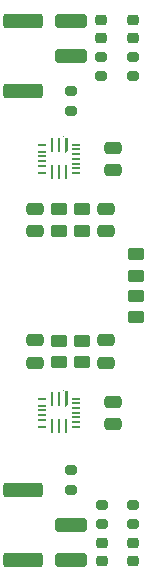
<source format=gbr>
%TF.GenerationSoftware,KiCad,Pcbnew,(6.0.0-rc1-124-g18b4ebcc17)*%
%TF.CreationDate,2021-11-27T01:21:43+01:00*%
%TF.ProjectId,2HBR_NG,32484252-5f4e-4472-9e6b-696361645f70,1*%
%TF.SameCoordinates,Original*%
%TF.FileFunction,Paste,Top*%
%TF.FilePolarity,Positive*%
%FSLAX46Y46*%
G04 Gerber Fmt 4.6, Leading zero omitted, Abs format (unit mm)*
G04 Created by KiCad (PCBNEW (6.0.0-rc1-124-g18b4ebcc17)) date 2021-11-27 01:21:43*
%MOMM*%
%LPD*%
G01*
G04 APERTURE LIST*
G04 Aperture macros list*
%AMRoundRect*
0 Rectangle with rounded corners*
0 $1 Rounding radius*
0 $2 $3 $4 $5 $6 $7 $8 $9 X,Y pos of 4 corners*
0 Add a 4 corners polygon primitive as box body*
4,1,4,$2,$3,$4,$5,$6,$7,$8,$9,$2,$3,0*
0 Add four circle primitives for the rounded corners*
1,1,$1+$1,$2,$3*
1,1,$1+$1,$4,$5*
1,1,$1+$1,$6,$7*
1,1,$1+$1,$8,$9*
0 Add four rect primitives between the rounded corners*
20,1,$1+$1,$2,$3,$4,$5,0*
20,1,$1+$1,$4,$5,$6,$7,0*
20,1,$1+$1,$6,$7,$8,$9,0*
20,1,$1+$1,$8,$9,$2,$3,0*%
G04 Aperture macros list end*
%ADD10C,0.100000*%
%ADD11RoundRect,0.200000X0.275000X-0.200000X0.275000X0.200000X-0.275000X0.200000X-0.275000X-0.200000X0*%
%ADD12RoundRect,0.218750X-0.256250X0.218750X-0.256250X-0.218750X0.256250X-0.218750X0.256250X0.218750X0*%
%ADD13RoundRect,0.250000X-0.450000X0.262500X-0.450000X-0.262500X0.450000X-0.262500X0.450000X0.262500X0*%
%ADD14RoundRect,0.250000X-1.425000X0.362500X-1.425000X-0.362500X1.425000X-0.362500X1.425000X0.362500X0*%
%ADD15RoundRect,0.250000X0.475000X-0.250000X0.475000X0.250000X-0.475000X0.250000X-0.475000X-0.250000X0*%
%ADD16RoundRect,0.250000X-0.475000X0.250000X-0.475000X-0.250000X0.475000X-0.250000X0.475000X0.250000X0*%
%ADD17RoundRect,0.250000X0.450000X-0.262500X0.450000X0.262500X-0.450000X0.262500X-0.450000X-0.262500X0*%
%ADD18RoundRect,0.250000X1.100000X-0.325000X1.100000X0.325000X-1.100000X0.325000X-1.100000X-0.325000X0*%
%ADD19R,0.127000X0.127000*%
%ADD20R,0.200000X1.300000*%
%ADD21R,0.700000X0.200000*%
%ADD22RoundRect,0.250000X1.425000X-0.362500X1.425000X0.362500X-1.425000X0.362500X-1.425000X-0.362500X0*%
%ADD23RoundRect,0.250000X-1.100000X0.325000X-1.100000X-0.325000X1.100000X-0.325000X1.100000X0.325000X0*%
%ADD24RoundRect,0.200000X-0.275000X0.200000X-0.275000X-0.200000X0.275000X-0.200000X0.275000X0.200000X0*%
%ADD25RoundRect,0.218750X0.256250X-0.218750X0.256250X0.218750X-0.256250X0.218750X-0.256250X-0.218750X0*%
G04 APERTURE END LIST*
D10*
%TO.C,U1*%
X159400000Y-67046000D02*
G75*
G03*
X159400000Y-67046000I0J0D01*
G01*
X159699999Y-68250000D02*
X159549999Y-68400000D01*
X159549999Y-68400000D02*
X159499999Y-68400000D01*
X159499999Y-68400000D02*
X159499999Y-67200000D01*
X159499999Y-67200000D02*
X159699999Y-67200000D01*
X159699999Y-67200000D02*
X159699999Y-68250000D01*
G36*
X159699999Y-68250000D02*
G01*
X159549999Y-68400000D01*
X159499999Y-68400000D01*
X159499999Y-67200000D01*
X159699999Y-67200000D01*
X159699999Y-68250000D01*
G37*
X159699999Y-68250000D02*
X159549999Y-68400000D01*
X159499999Y-68400000D01*
X159499999Y-67200000D01*
X159699999Y-67200000D01*
X159699999Y-68250000D01*
%TO.C,U2*%
X159400000Y-88546000D02*
G75*
G03*
X159400000Y-88546000I0J0D01*
G01*
X159699999Y-89750000D02*
X159549999Y-89900000D01*
X159549999Y-89900000D02*
X159499999Y-89900000D01*
X159499999Y-89900000D02*
X159499999Y-88700000D01*
X159499999Y-88700000D02*
X159699999Y-88700000D01*
X159699999Y-88700000D02*
X159699999Y-89750000D01*
G36*
X159699999Y-89750000D02*
G01*
X159549999Y-89900000D01*
X159499999Y-89900000D01*
X159499999Y-88700000D01*
X159699999Y-88700000D01*
X159699999Y-89750000D01*
G37*
X159699999Y-89750000D02*
X159549999Y-89900000D01*
X159499999Y-89900000D01*
X159499999Y-88700000D01*
X159699999Y-88700000D01*
X159699999Y-89750000D01*
%TD*%
D11*
%TO.C,R13*%
X160000000Y-64925000D03*
X160000000Y-63275000D03*
%TD*%
D12*
%TO.C,D4*%
X165300000Y-57212500D03*
X165300000Y-58787500D03*
%TD*%
D13*
%TO.C,R1*%
X159000000Y-73267501D03*
X159000000Y-75092501D03*
%TD*%
%TO.C,R6*%
X165500000Y-80587500D03*
X165500000Y-82412500D03*
%TD*%
D14*
%TO.C,R7*%
X156000000Y-97037500D03*
X156000000Y-102962500D03*
%TD*%
D15*
%TO.C,C4*%
X163000000Y-86250000D03*
X163000000Y-84350000D03*
%TD*%
D16*
%TO.C,C5*%
X163600000Y-68050000D03*
X163600000Y-69950000D03*
%TD*%
D17*
%TO.C,R4*%
X161000000Y-86212500D03*
X161000000Y-84387500D03*
%TD*%
D18*
%TO.C,C10*%
X160000000Y-60275000D03*
X160000000Y-57325000D03*
%TD*%
D19*
%TO.C,U1*%
X159599999Y-67850000D03*
D20*
X159000000Y-67850000D03*
X158400001Y-67850000D03*
D21*
X157550000Y-67800000D03*
X157550000Y-68399999D03*
X157550000Y-68800001D03*
X157550000Y-69200000D03*
X157550000Y-69599999D03*
X157550000Y-70200001D03*
D20*
X158400001Y-70150000D03*
X159000000Y-70150000D03*
X159599999Y-70150000D03*
D21*
X160450000Y-70200000D03*
X160450000Y-69800001D03*
X160450000Y-69399999D03*
X160450000Y-69000000D03*
X160450000Y-68600001D03*
X160450000Y-68199999D03*
X160450000Y-67800000D03*
%TD*%
D22*
%TO.C,R8*%
X156000000Y-63262500D03*
X156000000Y-57337500D03*
%TD*%
D11*
%TO.C,R10*%
X162600000Y-62025000D03*
X162600000Y-60375000D03*
%TD*%
D16*
%TO.C,C3*%
X163000001Y-73230001D03*
X163000001Y-75130001D03*
%TD*%
D23*
%TO.C,C7*%
X160000000Y-100025000D03*
X160000000Y-102975000D03*
%TD*%
D13*
%TO.C,R3*%
X161000000Y-73267501D03*
X161000000Y-75092501D03*
%TD*%
D16*
%TO.C,C6*%
X163600000Y-89550000D03*
X163600000Y-91450000D03*
%TD*%
D12*
%TO.C,D2*%
X162600000Y-57212500D03*
X162600000Y-58787500D03*
%TD*%
D24*
%TO.C,R11*%
X165300000Y-98275000D03*
X165300000Y-99925000D03*
%TD*%
D19*
%TO.C,U2*%
X159599999Y-89350000D03*
D20*
X159000000Y-89350000D03*
X158400001Y-89350000D03*
D21*
X157550000Y-89300000D03*
X157550000Y-89899999D03*
X157550000Y-90300001D03*
X157550000Y-90700000D03*
X157550000Y-91099999D03*
X157550000Y-91700001D03*
D20*
X158400001Y-91650000D03*
X159000000Y-91650000D03*
X159599999Y-91650000D03*
D21*
X160450000Y-91700000D03*
X160450000Y-91300001D03*
X160450000Y-90899999D03*
X160450000Y-90500000D03*
X160450000Y-90100001D03*
X160450000Y-89699999D03*
X160450000Y-89300000D03*
%TD*%
D24*
%TO.C,R14*%
X160000000Y-95375000D03*
X160000000Y-97025000D03*
%TD*%
D17*
%TO.C,R5*%
X165500000Y-78912500D03*
X165500000Y-77087500D03*
%TD*%
D11*
%TO.C,R9*%
X165300000Y-62025000D03*
X165300000Y-60375000D03*
%TD*%
D16*
%TO.C,C1*%
X157000000Y-73230001D03*
X157000000Y-75130001D03*
%TD*%
D25*
%TO.C,D1*%
X162700000Y-103087500D03*
X162700000Y-101512500D03*
%TD*%
D17*
%TO.C,R2*%
X159000000Y-86212500D03*
X159000000Y-84387500D03*
%TD*%
D25*
%TO.C,D3*%
X165300000Y-103087500D03*
X165300000Y-101512500D03*
%TD*%
D15*
%TO.C,C2*%
X157000000Y-86250000D03*
X157000000Y-84350000D03*
%TD*%
D24*
%TO.C,R12*%
X162700000Y-98275000D03*
X162700000Y-99925000D03*
%TD*%
M02*

</source>
